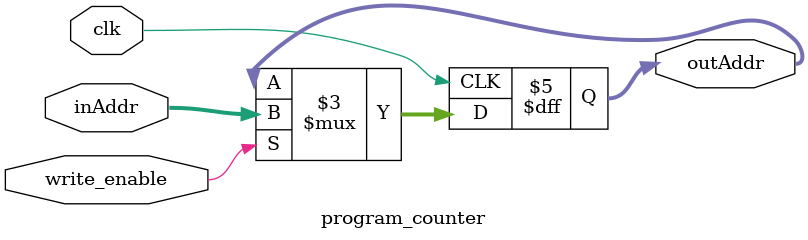
<source format=v>
/*
	Authored 2018-2019, Ryan Voo.

	All rights reserved.
	Redistribution and use in source and binary forms, with or without
	modification, are permitted provided that the following conditions
	are met:

	*	Redistributions of source code must retain the above
		copyright notice, this list of conditions and the following
		disclaimer.

	*	Redistributions in binary form must reproduce the above
		copyright notice, this list of conditions and the following
		disclaimer in the documentation and/or other materials
		provided with the distribution.

	*	Neither the name of the author nor the names of its
		contributors may be used to endorse or promote products
		derived from this software without specific prior written
		permission.

	THIS SOFTWARE IS PROVIDED BY THE COPYRIGHT HOLDERS AND CONTRIBUTORS
	"AS IS" AND ANY EXPRESS OR IMPLIED WARRANTIES, INCLUDING, BUT NOT
	LIMITED TO, THE IMPLIED WARRANTIES OF MERCHANTABILITY AND FITNESS
	FOR A PARTICULAR PURPOSE ARE DISCLAIMED. IN NO EVENT SHALL THE
	COPYRIGHT OWNER OR CONTRIBUTORS BE LIABLE FOR ANY DIRECT, INDIRECT,
	INCIDENTAL, SPECIAL, EXEMPLARY, OR CONSEQUENTIAL DAMAGES (INCLUDING,
	BUT NOT LIMITED TO, PROCUREMENT OF SUBSTITUTE GOODS OR SERVICES;
	LOSS OF USE, DATA, OR PROFITS; OR BUSINESS INTERRUPTION) HOWEVER
	CAUSED AND ON ANY THEORY OF LIABILITY, WHETHER IN CONTRACT, STRICT
	LIABILITY, OR TORT (INCLUDING NEGLIGENCE OR OTHERWISE) ARISING IN
	ANY WAY OUT OF THE USE OF THIS SOFTWARE, EVEN IF ADVISED OF THE
	POSSIBILITY OF SUCH DAMAGE.
*/



/*
 *	Description:
 *
 *		This module implements the program counter
 */



module program_counter(inAddr, outAddr, clk,write_enable);
	input			clk;
	input write_enable;
	input [31:0]		inAddr;
	output reg[31:0]	outAddr;

	/*
	 *	This uses Yosys's support for nonzero initial values:
	 *
	 *		https://github.com/YosysHQ/yosys/commit/0793f1b196df536975a044a4ce53025c81d00c7f
	 *
	 *	Rather than using this simulation construct (`initial`),
	 *	the design should instead use a reset signal going to
	 *	modules in the design.
	 */
	initial begin
		outAddr = 32'b0;
	end

	always @(posedge clk) begin
		if (write_enable)
				outAddr <= inAddr;
	end
endmodule

</source>
